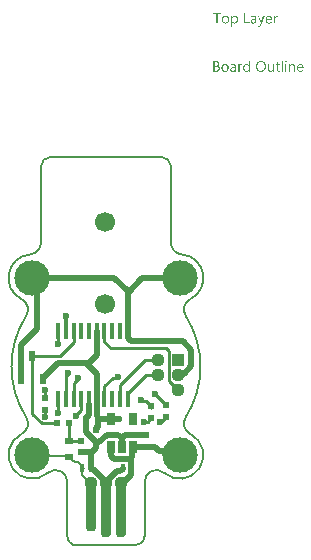
<source format=gtl>
G04*
G04 #@! TF.GenerationSoftware,Altium Limited,Altium Designer,21.8.1 (53)*
G04*
G04 Layer_Physical_Order=1*
G04 Layer_Color=255*
%FSAX25Y25*%
%MOIN*%
G70*
G04*
G04 #@! TF.SameCoordinates,18D3F597-79DD-4A29-BD4C-A2841DF7949F*
G04*
G04*
G04 #@! TF.FilePolarity,Positive*
G04*
G01*
G75*
%ADD10C,0.01968*%
%ADD11C,0.00984*%
%ADD12C,0.00787*%
%ADD16R,0.02362X0.03543*%
%ADD17R,0.02756X0.03937*%
%ADD18R,0.01575X0.05315*%
%ADD19R,0.02165X0.01968*%
%ADD21R,0.03150X0.02362*%
%ADD22R,0.02165X0.01968*%
%ADD23R,0.01968X0.02165*%
%ADD24R,0.01968X0.02165*%
G04:AMPARAMS|DCode=29|XSize=35.43mil|YSize=169.29mil|CornerRadius=13.82mil|HoleSize=0mil|Usage=FLASHONLY|Rotation=180.000|XOffset=0mil|YOffset=0mil|HoleType=Round|Shape=RoundedRectangle|*
%AMROUNDEDRECTD29*
21,1,0.03543,0.14165,0,0,180.0*
21,1,0.00780,0.16929,0,0,180.0*
1,1,0.02764,-0.00390,0.07083*
1,1,0.02764,0.00390,0.07083*
1,1,0.02764,0.00390,-0.07083*
1,1,0.02764,-0.00390,-0.07083*
%
%ADD29ROUNDEDRECTD29*%
G04:AMPARAMS|DCode=30|XSize=35.43mil|YSize=188.98mil|CornerRadius=13.82mil|HoleSize=0mil|Usage=FLASHONLY|Rotation=180.000|XOffset=0mil|YOffset=0mil|HoleType=Round|Shape=RoundedRectangle|*
%AMROUNDEDRECTD30*
21,1,0.03543,0.16134,0,0,180.0*
21,1,0.00780,0.18898,0,0,180.0*
1,1,0.02764,-0.00390,0.08067*
1,1,0.02764,0.00390,0.08067*
1,1,0.02764,0.00390,-0.08067*
1,1,0.02764,-0.00390,-0.08067*
%
%ADD30ROUNDEDRECTD30*%
%ADD38C,0.04370*%
%ADD42R,0.01575X0.02756*%
%ADD43C,0.01181*%
%ADD44C,0.00591*%
%ADD45C,0.06693*%
%ADD46C,0.11811*%
%ADD47R,0.04370X0.04370*%
%ADD48C,0.02362*%
G36*
X0043045Y0152564D02*
X0043089Y0152558D01*
X0043132Y0152551D01*
X0043244Y0152527D01*
X0043367Y0152490D01*
X0043491Y0152428D01*
X0043553Y0152391D01*
X0043615Y0152341D01*
X0043671Y0152292D01*
X0043726Y0152230D01*
X0043733Y0152223D01*
X0043739Y0152217D01*
X0043751Y0152192D01*
X0043770Y0152168D01*
X0043788Y0152137D01*
X0043813Y0152093D01*
X0043838Y0152044D01*
X0043863Y0151994D01*
X0043887Y0151933D01*
X0043912Y0151864D01*
X0043937Y0151790D01*
X0043955Y0151710D01*
X0043986Y0151530D01*
X0043999Y0151431D01*
Y0151326D01*
Y0151320D01*
Y0151301D01*
Y0151264D01*
X0043992Y0151221D01*
Y0151171D01*
X0043980Y0151109D01*
X0043974Y0151041D01*
X0043962Y0150967D01*
X0043924Y0150806D01*
X0043869Y0150639D01*
X0043832Y0150558D01*
X0043794Y0150478D01*
X0043745Y0150397D01*
X0043689Y0150323D01*
X0043683Y0150317D01*
X0043677Y0150304D01*
X0043658Y0150286D01*
X0043633Y0150267D01*
X0043602Y0150236D01*
X0043565Y0150205D01*
X0043522Y0150168D01*
X0043473Y0150137D01*
X0043417Y0150100D01*
X0043355Y0150063D01*
X0043206Y0150007D01*
X0043126Y0149983D01*
X0043045Y0149964D01*
X0042953Y0149952D01*
X0042854Y0149945D01*
X0042804D01*
X0042773Y0149952D01*
X0042730Y0149958D01*
X0042686Y0149970D01*
X0042575Y0149995D01*
X0042457Y0150045D01*
X0042389Y0150082D01*
X0042327Y0150119D01*
X0042265Y0150168D01*
X0042210Y0150224D01*
X0042148Y0150286D01*
X0042098Y0150360D01*
X0042086D01*
Y0148850D01*
X0041684D01*
Y0152514D01*
X0042086D01*
Y0152069D01*
X0042098D01*
X0042105Y0152075D01*
X0042111Y0152093D01*
X0042129Y0152118D01*
X0042154Y0152149D01*
X0042185Y0152186D01*
X0042222Y0152230D01*
X0042265Y0152273D01*
X0042321Y0152322D01*
X0042377Y0152366D01*
X0042439Y0152409D01*
X0042513Y0152452D01*
X0042587Y0152490D01*
X0042674Y0152527D01*
X0042767Y0152551D01*
X0042860Y0152564D01*
X0042965Y0152570D01*
X0043014D01*
X0043045Y0152564D01*
D02*
G37*
G36*
X0057159Y0152551D02*
X0057233Y0152545D01*
X0057276Y0152533D01*
X0057307Y0152521D01*
Y0152106D01*
X0057301Y0152112D01*
X0057289Y0152118D01*
X0057264Y0152130D01*
X0057233Y0152149D01*
X0057190Y0152162D01*
X0057134Y0152174D01*
X0057072Y0152180D01*
X0057004Y0152186D01*
X0056991D01*
X0056961Y0152180D01*
X0056911Y0152174D01*
X0056855Y0152155D01*
X0056781Y0152124D01*
X0056713Y0152081D01*
X0056639Y0152019D01*
X0056571Y0151939D01*
X0056564Y0151926D01*
X0056546Y0151895D01*
X0056515Y0151840D01*
X0056484Y0151765D01*
X0056453Y0151672D01*
X0056422Y0151555D01*
X0056403Y0151425D01*
X0056397Y0151276D01*
Y0150001D01*
X0055995D01*
Y0152514D01*
X0056397D01*
Y0151994D01*
X0056410D01*
Y0152000D01*
X0056416Y0152007D01*
X0056428Y0152038D01*
X0056447Y0152087D01*
X0056478Y0152149D01*
X0056509Y0152211D01*
X0056558Y0152279D01*
X0056608Y0152347D01*
X0056670Y0152409D01*
X0056676Y0152415D01*
X0056701Y0152434D01*
X0056738Y0152459D01*
X0056787Y0152483D01*
X0056843Y0152508D01*
X0056911Y0152533D01*
X0056985Y0152551D01*
X0057066Y0152558D01*
X0057121D01*
X0057159Y0152551D01*
D02*
G37*
G36*
X0051780Y0149599D02*
X0051773Y0149593D01*
X0051767Y0149568D01*
X0051749Y0149524D01*
X0051724Y0149475D01*
X0051693Y0149419D01*
X0051649Y0149351D01*
X0051606Y0149283D01*
X0051557Y0149209D01*
X0051495Y0149135D01*
X0051433Y0149066D01*
X0051359Y0148998D01*
X0051278Y0148943D01*
X0051198Y0148893D01*
X0051105Y0148850D01*
X0051012Y0148825D01*
X0050907Y0148819D01*
X0050851D01*
X0050814Y0148825D01*
X0050733Y0148837D01*
X0050647Y0148856D01*
Y0149215D01*
X0050653D01*
X0050671Y0149209D01*
X0050696Y0149203D01*
X0050727Y0149197D01*
X0050801Y0149178D01*
X0050882Y0149172D01*
X0050894D01*
X0050932Y0149178D01*
X0050987Y0149190D01*
X0051055Y0149215D01*
X0051130Y0149258D01*
X0051167Y0149289D01*
X0051204Y0149327D01*
X0051241Y0149364D01*
X0051278Y0149413D01*
X0051309Y0149469D01*
X0051340Y0149531D01*
X0051544Y0150001D01*
X0050560Y0152514D01*
X0051006D01*
X0051687Y0150577D01*
Y0150571D01*
X0051693Y0150558D01*
X0051699Y0150540D01*
X0051705Y0150515D01*
X0051711Y0150478D01*
X0051724Y0150441D01*
X0051736Y0150385D01*
X0051755D01*
Y0150397D01*
X0051767Y0150435D01*
X0051780Y0150490D01*
X0051804Y0150571D01*
X0052516Y0152514D01*
X0052931D01*
X0051780Y0149599D01*
D02*
G37*
G36*
X0049372Y0152564D02*
X0049427Y0152558D01*
X0049495Y0152539D01*
X0049570Y0152521D01*
X0049650Y0152490D01*
X0049737Y0152452D01*
X0049817Y0152403D01*
X0049898Y0152341D01*
X0049972Y0152267D01*
X0050040Y0152174D01*
X0050096Y0152069D01*
X0050139Y0151945D01*
X0050164Y0151803D01*
X0050176Y0151635D01*
Y0150001D01*
X0049774D01*
Y0150391D01*
X0049762D01*
Y0150385D01*
X0049749Y0150373D01*
X0049737Y0150348D01*
X0049712Y0150323D01*
X0049650Y0150249D01*
X0049570Y0150168D01*
X0049458Y0150088D01*
X0049328Y0150014D01*
X0049248Y0149989D01*
X0049167Y0149964D01*
X0049081Y0149952D01*
X0048988Y0149945D01*
X0048951D01*
X0048926Y0149952D01*
X0048858Y0149958D01*
X0048777Y0149970D01*
X0048678Y0149995D01*
X0048586Y0150026D01*
X0048487Y0150075D01*
X0048400Y0150137D01*
X0048394Y0150150D01*
X0048369Y0150174D01*
X0048332Y0150218D01*
X0048295Y0150280D01*
X0048257Y0150354D01*
X0048220Y0150441D01*
X0048195Y0150546D01*
X0048189Y0150663D01*
Y0150670D01*
Y0150695D01*
X0048195Y0150732D01*
X0048202Y0150775D01*
X0048214Y0150831D01*
X0048233Y0150892D01*
X0048257Y0150961D01*
X0048295Y0151029D01*
X0048338Y0151103D01*
X0048394Y0151177D01*
X0048462Y0151245D01*
X0048542Y0151307D01*
X0048635Y0151369D01*
X0048746Y0151419D01*
X0048870Y0151456D01*
X0049019Y0151487D01*
X0049774Y0151592D01*
Y0151598D01*
Y0151617D01*
X0049768Y0151654D01*
Y0151691D01*
X0049755Y0151741D01*
X0049749Y0151796D01*
X0049712Y0151914D01*
X0049681Y0151970D01*
X0049650Y0152025D01*
X0049607Y0152081D01*
X0049557Y0152130D01*
X0049495Y0152174D01*
X0049427Y0152205D01*
X0049347Y0152223D01*
X0049254Y0152230D01*
X0049211D01*
X0049180Y0152223D01*
X0049136D01*
X0049093Y0152211D01*
X0048982Y0152192D01*
X0048858Y0152155D01*
X0048722Y0152100D01*
X0048647Y0152062D01*
X0048579Y0152025D01*
X0048505Y0151976D01*
X0048437Y0151920D01*
Y0152335D01*
X0048443D01*
X0048456Y0152347D01*
X0048474Y0152360D01*
X0048505Y0152372D01*
X0048536Y0152391D01*
X0048579Y0152409D01*
X0048629Y0152428D01*
X0048684Y0152452D01*
X0048808Y0152496D01*
X0048957Y0152533D01*
X0049118Y0152558D01*
X0049291Y0152570D01*
X0049328D01*
X0049372Y0152564D01*
D02*
G37*
G36*
X0046481Y0150373D02*
X0047892D01*
Y0150001D01*
X0046066D01*
Y0153517D01*
X0046481D01*
Y0150373D01*
D02*
G37*
G36*
X0038242Y0153146D02*
X0037227D01*
Y0150001D01*
X0036818D01*
Y0153146D01*
X0035803D01*
Y0153517D01*
X0038242D01*
Y0153146D01*
D02*
G37*
G36*
X0054435Y0152564D02*
X0054478Y0152558D01*
X0054522Y0152551D01*
X0054633Y0152533D01*
X0054757Y0152490D01*
X0054881Y0152434D01*
X0054943Y0152397D01*
X0055005Y0152353D01*
X0055060Y0152304D01*
X0055116Y0152248D01*
X0055122Y0152242D01*
X0055128Y0152236D01*
X0055141Y0152217D01*
X0055159Y0152192D01*
X0055178Y0152155D01*
X0055203Y0152118D01*
X0055227Y0152075D01*
X0055252Y0152019D01*
X0055277Y0151957D01*
X0055302Y0151895D01*
X0055326Y0151821D01*
X0055345Y0151741D01*
X0055364Y0151654D01*
X0055376Y0151567D01*
X0055388Y0151468D01*
Y0151363D01*
Y0151153D01*
X0053612D01*
Y0151146D01*
Y0151134D01*
Y0151115D01*
X0053618Y0151084D01*
X0053624Y0151047D01*
Y0151010D01*
X0053643Y0150911D01*
X0053674Y0150812D01*
X0053711Y0150701D01*
X0053767Y0150595D01*
X0053835Y0150503D01*
X0053847Y0150490D01*
X0053872Y0150465D01*
X0053921Y0150435D01*
X0053989Y0150391D01*
X0054076Y0150348D01*
X0054175Y0150317D01*
X0054293Y0150292D01*
X0054429Y0150280D01*
X0054472D01*
X0054503Y0150286D01*
X0054540D01*
X0054584Y0150292D01*
X0054689Y0150317D01*
X0054806Y0150348D01*
X0054936Y0150397D01*
X0055073Y0150465D01*
X0055141Y0150509D01*
X0055209Y0150558D01*
Y0150181D01*
X0055203D01*
X0055196Y0150168D01*
X0055178Y0150162D01*
X0055147Y0150144D01*
X0055116Y0150125D01*
X0055079Y0150106D01*
X0055029Y0150088D01*
X0054980Y0150063D01*
X0054918Y0150038D01*
X0054850Y0150020D01*
X0054701Y0149983D01*
X0054528Y0149958D01*
X0054336Y0149945D01*
X0054286D01*
X0054249Y0149952D01*
X0054206Y0149958D01*
X0054150Y0149964D01*
X0054033Y0149989D01*
X0053896Y0150026D01*
X0053760Y0150088D01*
X0053692Y0150131D01*
X0053624Y0150174D01*
X0053562Y0150224D01*
X0053500Y0150286D01*
X0053494Y0150292D01*
X0053488Y0150304D01*
X0053476Y0150323D01*
X0053451Y0150348D01*
X0053432Y0150385D01*
X0053408Y0150428D01*
X0053377Y0150478D01*
X0053352Y0150533D01*
X0053321Y0150595D01*
X0053296Y0150670D01*
X0053265Y0150750D01*
X0053247Y0150837D01*
X0053228Y0150930D01*
X0053209Y0151029D01*
X0053203Y0151134D01*
X0053197Y0151245D01*
Y0151252D01*
Y0151270D01*
Y0151301D01*
X0053203Y0151344D01*
X0053209Y0151394D01*
X0053216Y0151450D01*
X0053222Y0151518D01*
X0053240Y0151586D01*
X0053277Y0151734D01*
X0053333Y0151895D01*
X0053370Y0151976D01*
X0053420Y0152050D01*
X0053469Y0152130D01*
X0053525Y0152199D01*
X0053531Y0152205D01*
X0053544Y0152217D01*
X0053562Y0152236D01*
X0053587Y0152254D01*
X0053618Y0152285D01*
X0053655Y0152316D01*
X0053705Y0152347D01*
X0053754Y0152384D01*
X0053872Y0152452D01*
X0054014Y0152514D01*
X0054095Y0152533D01*
X0054175Y0152551D01*
X0054262Y0152564D01*
X0054355Y0152570D01*
X0054404D01*
X0054435Y0152564D01*
D02*
G37*
G36*
X0039944D02*
X0039988Y0152558D01*
X0040043Y0152551D01*
X0040167Y0152527D01*
X0040310Y0152483D01*
X0040452Y0152421D01*
X0040526Y0152384D01*
X0040594Y0152341D01*
X0040662Y0152285D01*
X0040724Y0152223D01*
X0040730Y0152217D01*
X0040737Y0152205D01*
X0040755Y0152186D01*
X0040774Y0152162D01*
X0040799Y0152124D01*
X0040823Y0152081D01*
X0040854Y0152032D01*
X0040885Y0151976D01*
X0040910Y0151908D01*
X0040941Y0151840D01*
X0040966Y0151759D01*
X0040990Y0151672D01*
X0041009Y0151580D01*
X0041028Y0151481D01*
X0041034Y0151375D01*
X0041040Y0151264D01*
Y0151258D01*
Y0151239D01*
Y0151208D01*
X0041034Y0151165D01*
X0041028Y0151115D01*
X0041021Y0151054D01*
X0041009Y0150992D01*
X0040997Y0150917D01*
X0040959Y0150769D01*
X0040898Y0150608D01*
X0040860Y0150527D01*
X0040811Y0150447D01*
X0040761Y0150373D01*
X0040699Y0150304D01*
X0040693Y0150298D01*
X0040681Y0150292D01*
X0040662Y0150274D01*
X0040637Y0150249D01*
X0040600Y0150224D01*
X0040563Y0150193D01*
X0040514Y0150156D01*
X0040458Y0150125D01*
X0040396Y0150094D01*
X0040328Y0150057D01*
X0040254Y0150026D01*
X0040173Y0150001D01*
X0040087Y0149976D01*
X0039994Y0149964D01*
X0039895Y0149952D01*
X0039790Y0149945D01*
X0039734D01*
X0039697Y0149952D01*
X0039653Y0149958D01*
X0039598Y0149964D01*
X0039536Y0149976D01*
X0039468Y0149989D01*
X0039325Y0150032D01*
X0039177Y0150094D01*
X0039102Y0150131D01*
X0039034Y0150181D01*
X0038966Y0150230D01*
X0038898Y0150292D01*
X0038892Y0150298D01*
X0038886Y0150311D01*
X0038867Y0150329D01*
X0038849Y0150354D01*
X0038824Y0150391D01*
X0038793Y0150435D01*
X0038762Y0150484D01*
X0038737Y0150540D01*
X0038706Y0150608D01*
X0038675Y0150676D01*
X0038644Y0150750D01*
X0038620Y0150837D01*
X0038583Y0151023D01*
X0038576Y0151122D01*
X0038570Y0151227D01*
Y0151233D01*
Y0151258D01*
Y0151289D01*
X0038576Y0151332D01*
X0038583Y0151382D01*
X0038589Y0151444D01*
X0038601Y0151512D01*
X0038613Y0151586D01*
X0038651Y0151747D01*
X0038712Y0151908D01*
X0038756Y0151988D01*
X0038799Y0152069D01*
X0038849Y0152143D01*
X0038910Y0152211D01*
X0038917Y0152217D01*
X0038929Y0152230D01*
X0038948Y0152242D01*
X0038972Y0152267D01*
X0039010Y0152292D01*
X0039053Y0152322D01*
X0039102Y0152360D01*
X0039158Y0152391D01*
X0039220Y0152421D01*
X0039294Y0152459D01*
X0039369Y0152490D01*
X0039455Y0152514D01*
X0039542Y0152539D01*
X0039641Y0152558D01*
X0039746Y0152564D01*
X0039851Y0152570D01*
X0039907D01*
X0039944Y0152564D01*
D02*
G37*
G36*
X0060012Y0137578D02*
X0060037D01*
X0060093Y0137554D01*
X0060124Y0137535D01*
X0060155Y0137510D01*
X0060161Y0137504D01*
X0060167Y0137498D01*
X0060198Y0137461D01*
X0060223Y0137399D01*
X0060229Y0137362D01*
X0060235Y0137325D01*
Y0137319D01*
Y0137306D01*
X0060229Y0137287D01*
X0060223Y0137263D01*
X0060204Y0137201D01*
X0060179Y0137170D01*
X0060155Y0137139D01*
X0060148D01*
X0060142Y0137127D01*
X0060105Y0137102D01*
X0060049Y0137077D01*
X0060012Y0137071D01*
X0059975Y0137065D01*
X0059957D01*
X0059938Y0137071D01*
X0059913D01*
X0059851Y0137096D01*
X0059820Y0137108D01*
X0059789Y0137133D01*
Y0137139D01*
X0059777Y0137145D01*
X0059765Y0137164D01*
X0059752Y0137182D01*
X0059728Y0137244D01*
X0059721Y0137281D01*
X0059715Y0137325D01*
Y0137331D01*
Y0137343D01*
X0059721Y0137362D01*
X0059728Y0137393D01*
X0059746Y0137449D01*
X0059765Y0137479D01*
X0059789Y0137510D01*
X0059796Y0137517D01*
X0059802Y0137523D01*
X0059839Y0137548D01*
X0059901Y0137572D01*
X0059938Y0137585D01*
X0059994D01*
X0060012Y0137578D01*
D02*
G37*
G36*
X0048022Y0133914D02*
X0047620D01*
Y0134335D01*
X0047607D01*
Y0134329D01*
X0047595Y0134316D01*
X0047576Y0134292D01*
X0047558Y0134261D01*
X0047527Y0134223D01*
X0047490Y0134186D01*
X0047447Y0134143D01*
X0047397Y0134100D01*
X0047341Y0134050D01*
X0047273Y0134007D01*
X0047205Y0133970D01*
X0047125Y0133932D01*
X0047044Y0133902D01*
X0046951Y0133877D01*
X0046852Y0133864D01*
X0046747Y0133858D01*
X0046704D01*
X0046667Y0133864D01*
X0046630Y0133871D01*
X0046580Y0133877D01*
X0046475Y0133902D01*
X0046351Y0133939D01*
X0046227Y0134001D01*
X0046159Y0134038D01*
X0046103Y0134081D01*
X0046041Y0134137D01*
X0045986Y0134193D01*
Y0134199D01*
X0045973Y0134211D01*
X0045961Y0134230D01*
X0045942Y0134254D01*
X0045924Y0134285D01*
X0045899Y0134329D01*
X0045874Y0134378D01*
X0045849Y0134434D01*
X0045819Y0134496D01*
X0045794Y0134564D01*
X0045769Y0134638D01*
X0045750Y0134719D01*
X0045732Y0134805D01*
X0045720Y0134904D01*
X0045713Y0135003D01*
X0045707Y0135109D01*
Y0135115D01*
Y0135133D01*
Y0135170D01*
X0045713Y0135214D01*
X0045720Y0135263D01*
X0045726Y0135325D01*
X0045732Y0135393D01*
X0045744Y0135468D01*
X0045781Y0135629D01*
X0045837Y0135796D01*
X0045874Y0135876D01*
X0045918Y0135957D01*
X0045961Y0136031D01*
X0046017Y0136105D01*
X0046023Y0136111D01*
X0046029Y0136124D01*
X0046048Y0136142D01*
X0046072Y0136167D01*
X0046103Y0136192D01*
X0046147Y0136223D01*
X0046190Y0136260D01*
X0046240Y0136297D01*
X0046363Y0136365D01*
X0046506Y0136427D01*
X0046586Y0136446D01*
X0046673Y0136464D01*
X0046759Y0136477D01*
X0046859Y0136483D01*
X0046908D01*
X0046945Y0136477D01*
X0046982Y0136470D01*
X0047032Y0136464D01*
X0047143Y0136433D01*
X0047267Y0136384D01*
X0047329Y0136353D01*
X0047391Y0136310D01*
X0047453Y0136266D01*
X0047508Y0136211D01*
X0047558Y0136149D01*
X0047607Y0136074D01*
X0047620D01*
Y0137634D01*
X0048022D01*
Y0133914D01*
D02*
G37*
G36*
X0062290Y0136477D02*
X0062364Y0136470D01*
X0062457Y0136452D01*
X0062556Y0136421D01*
X0062661Y0136371D01*
X0062767Y0136303D01*
X0062810Y0136266D01*
X0062853Y0136217D01*
X0062866Y0136204D01*
X0062891Y0136167D01*
X0062922Y0136105D01*
X0062965Y0136019D01*
X0063002Y0135913D01*
X0063039Y0135783D01*
X0063064Y0135629D01*
X0063070Y0135449D01*
Y0133914D01*
X0062668D01*
Y0135344D01*
Y0135350D01*
Y0135381D01*
X0062661Y0135418D01*
Y0135468D01*
X0062649Y0135530D01*
X0062637Y0135598D01*
X0062618Y0135672D01*
X0062594Y0135746D01*
X0062563Y0135820D01*
X0062525Y0135889D01*
X0062476Y0135957D01*
X0062420Y0136019D01*
X0062358Y0136068D01*
X0062278Y0136105D01*
X0062191Y0136136D01*
X0062086Y0136142D01*
X0062073D01*
X0062036Y0136136D01*
X0061981Y0136130D01*
X0061913Y0136111D01*
X0061832Y0136087D01*
X0061745Y0136043D01*
X0061665Y0135988D01*
X0061585Y0135913D01*
X0061578Y0135901D01*
X0061554Y0135876D01*
X0061523Y0135827D01*
X0061485Y0135759D01*
X0061448Y0135678D01*
X0061417Y0135579D01*
X0061393Y0135468D01*
X0061386Y0135344D01*
Y0133914D01*
X0060984D01*
Y0136427D01*
X0061386D01*
Y0136006D01*
X0061399D01*
X0061405Y0136012D01*
X0061411Y0136025D01*
X0061430Y0136049D01*
X0061454Y0136081D01*
X0061479Y0136118D01*
X0061516Y0136155D01*
X0061560Y0136198D01*
X0061609Y0136248D01*
X0061665Y0136291D01*
X0061727Y0136334D01*
X0061795Y0136371D01*
X0061869Y0136408D01*
X0061944Y0136440D01*
X0062030Y0136464D01*
X0062123Y0136477D01*
X0062222Y0136483D01*
X0062259D01*
X0062290Y0136477D01*
D02*
G37*
G36*
X0045292Y0136464D02*
X0045367Y0136458D01*
X0045410Y0136446D01*
X0045441Y0136433D01*
Y0136019D01*
X0045435Y0136025D01*
X0045422Y0136031D01*
X0045398Y0136043D01*
X0045367Y0136062D01*
X0045323Y0136074D01*
X0045268Y0136087D01*
X0045206Y0136093D01*
X0045138Y0136099D01*
X0045125D01*
X0045094Y0136093D01*
X0045045Y0136087D01*
X0044989Y0136068D01*
X0044915Y0136037D01*
X0044847Y0135994D01*
X0044772Y0135932D01*
X0044704Y0135851D01*
X0044698Y0135839D01*
X0044680Y0135808D01*
X0044649Y0135752D01*
X0044618Y0135678D01*
X0044587Y0135585D01*
X0044556Y0135468D01*
X0044537Y0135338D01*
X0044531Y0135189D01*
Y0133914D01*
X0044129D01*
Y0136427D01*
X0044531D01*
Y0135907D01*
X0044543D01*
Y0135913D01*
X0044550Y0135919D01*
X0044562Y0135951D01*
X0044581Y0136000D01*
X0044611Y0136062D01*
X0044642Y0136124D01*
X0044692Y0136192D01*
X0044741Y0136260D01*
X0044803Y0136322D01*
X0044810Y0136328D01*
X0044834Y0136347D01*
X0044872Y0136371D01*
X0044921Y0136396D01*
X0044977Y0136421D01*
X0045045Y0136446D01*
X0045119Y0136464D01*
X0045200Y0136470D01*
X0045255D01*
X0045292Y0136464D01*
D02*
G37*
G36*
X0056032Y0133914D02*
X0055630D01*
Y0134310D01*
X0055617D01*
Y0134304D01*
X0055605Y0134292D01*
X0055593Y0134267D01*
X0055568Y0134242D01*
X0055512Y0134168D01*
X0055425Y0134087D01*
X0055376Y0134044D01*
X0055320Y0134001D01*
X0055258Y0133964D01*
X0055184Y0133926D01*
X0055110Y0133902D01*
X0055029Y0133877D01*
X0054936Y0133864D01*
X0054844Y0133858D01*
X0054806D01*
X0054763Y0133864D01*
X0054701Y0133877D01*
X0054633Y0133889D01*
X0054559Y0133914D01*
X0054478Y0133945D01*
X0054398Y0133994D01*
X0054311Y0134050D01*
X0054231Y0134118D01*
X0054157Y0134205D01*
X0054088Y0134310D01*
X0054027Y0134428D01*
X0053983Y0134570D01*
X0053958Y0134737D01*
X0053946Y0134824D01*
Y0134923D01*
Y0136427D01*
X0054342D01*
Y0134985D01*
Y0134979D01*
Y0134954D01*
X0054348Y0134911D01*
X0054355Y0134861D01*
X0054361Y0134799D01*
X0054373Y0134737D01*
X0054392Y0134663D01*
X0054417Y0134589D01*
X0054454Y0134514D01*
X0054491Y0134446D01*
X0054540Y0134378D01*
X0054602Y0134316D01*
X0054670Y0134267D01*
X0054751Y0134230D01*
X0054850Y0134199D01*
X0054955Y0134193D01*
X0054967D01*
X0055005Y0134199D01*
X0055060Y0134205D01*
X0055122Y0134217D01*
X0055203Y0134248D01*
X0055283Y0134285D01*
X0055364Y0134335D01*
X0055438Y0134409D01*
X0055444Y0134422D01*
X0055469Y0134446D01*
X0055500Y0134496D01*
X0055537Y0134564D01*
X0055568Y0134644D01*
X0055599Y0134743D01*
X0055624Y0134855D01*
X0055630Y0134979D01*
Y0136427D01*
X0056032D01*
Y0133914D01*
D02*
G37*
G36*
X0060167D02*
X0059765D01*
Y0136427D01*
X0060167D01*
Y0133914D01*
D02*
G37*
G36*
X0058948D02*
X0058545D01*
Y0137634D01*
X0058948D01*
Y0133914D01*
D02*
G37*
G36*
X0042569Y0136477D02*
X0042625Y0136470D01*
X0042693Y0136452D01*
X0042767Y0136433D01*
X0042847Y0136402D01*
X0042934Y0136365D01*
X0043014Y0136316D01*
X0043095Y0136254D01*
X0043169Y0136179D01*
X0043237Y0136087D01*
X0043293Y0135981D01*
X0043336Y0135858D01*
X0043361Y0135715D01*
X0043374Y0135548D01*
Y0133914D01*
X0042971D01*
Y0134304D01*
X0042959D01*
Y0134298D01*
X0042946Y0134285D01*
X0042934Y0134261D01*
X0042909Y0134236D01*
X0042847Y0134162D01*
X0042767Y0134081D01*
X0042656Y0134001D01*
X0042526Y0133926D01*
X0042445Y0133902D01*
X0042364Y0133877D01*
X0042278Y0133864D01*
X0042185Y0133858D01*
X0042148D01*
X0042123Y0133864D01*
X0042055Y0133871D01*
X0041975Y0133883D01*
X0041875Y0133908D01*
X0041783Y0133939D01*
X0041684Y0133988D01*
X0041597Y0134050D01*
X0041591Y0134063D01*
X0041566Y0134087D01*
X0041529Y0134131D01*
X0041492Y0134193D01*
X0041455Y0134267D01*
X0041418Y0134353D01*
X0041393Y0134459D01*
X0041387Y0134576D01*
Y0134582D01*
Y0134607D01*
X0041393Y0134644D01*
X0041399Y0134688D01*
X0041411Y0134743D01*
X0041430Y0134805D01*
X0041455Y0134873D01*
X0041492Y0134941D01*
X0041535Y0135016D01*
X0041591Y0135090D01*
X0041659Y0135158D01*
X0041739Y0135220D01*
X0041832Y0135282D01*
X0041944Y0135331D01*
X0042067Y0135369D01*
X0042216Y0135400D01*
X0042971Y0135505D01*
Y0135511D01*
Y0135530D01*
X0042965Y0135567D01*
Y0135604D01*
X0042953Y0135653D01*
X0042946Y0135709D01*
X0042909Y0135827D01*
X0042878Y0135882D01*
X0042847Y0135938D01*
X0042804Y0135994D01*
X0042755Y0136043D01*
X0042693Y0136087D01*
X0042625Y0136118D01*
X0042544Y0136136D01*
X0042451Y0136142D01*
X0042408D01*
X0042377Y0136136D01*
X0042334D01*
X0042290Y0136124D01*
X0042179Y0136105D01*
X0042055Y0136068D01*
X0041919Y0136012D01*
X0041845Y0135975D01*
X0041776Y0135938D01*
X0041702Y0135889D01*
X0041634Y0135833D01*
Y0136248D01*
X0041640D01*
X0041653Y0136260D01*
X0041671Y0136272D01*
X0041702Y0136285D01*
X0041733Y0136303D01*
X0041776Y0136322D01*
X0041826Y0136340D01*
X0041882Y0136365D01*
X0042006Y0136408D01*
X0042154Y0136446D01*
X0042315Y0136470D01*
X0042488Y0136483D01*
X0042526D01*
X0042569Y0136477D01*
D02*
G37*
G36*
X0036880Y0137424D02*
X0036924D01*
X0036967Y0137417D01*
X0037066Y0137405D01*
X0037183Y0137374D01*
X0037307Y0137337D01*
X0037425Y0137281D01*
X0037530Y0137207D01*
X0037536D01*
X0037543Y0137195D01*
X0037574Y0137170D01*
X0037617Y0137120D01*
X0037666Y0137052D01*
X0037710Y0136966D01*
X0037753Y0136867D01*
X0037784Y0136755D01*
X0037796Y0136693D01*
Y0136625D01*
Y0136619D01*
Y0136613D01*
Y0136576D01*
X0037790Y0136520D01*
X0037778Y0136452D01*
X0037759Y0136365D01*
X0037728Y0136278D01*
X0037691Y0136192D01*
X0037635Y0136105D01*
X0037629Y0136093D01*
X0037604Y0136068D01*
X0037567Y0136031D01*
X0037518Y0135981D01*
X0037456Y0135932D01*
X0037382Y0135876D01*
X0037289Y0135833D01*
X0037190Y0135790D01*
Y0135783D01*
X0037208D01*
X0037227Y0135777D01*
X0037245Y0135771D01*
X0037314Y0135759D01*
X0037394Y0135734D01*
X0037481Y0135697D01*
X0037574Y0135653D01*
X0037666Y0135591D01*
X0037753Y0135511D01*
X0037765Y0135499D01*
X0037790Y0135468D01*
X0037821Y0135424D01*
X0037864Y0135356D01*
X0037901Y0135270D01*
X0037939Y0135170D01*
X0037964Y0135053D01*
X0037970Y0134923D01*
Y0134917D01*
Y0134904D01*
Y0134880D01*
X0037964Y0134849D01*
X0037957Y0134811D01*
X0037951Y0134768D01*
X0037926Y0134663D01*
X0037889Y0134545D01*
X0037833Y0134422D01*
X0037796Y0134366D01*
X0037753Y0134304D01*
X0037697Y0134248D01*
X0037642Y0134193D01*
X0037635D01*
X0037629Y0134180D01*
X0037611Y0134168D01*
X0037586Y0134149D01*
X0037555Y0134131D01*
X0037512Y0134106D01*
X0037419Y0134056D01*
X0037301Y0134001D01*
X0037165Y0133957D01*
X0037004Y0133926D01*
X0036924Y0133920D01*
X0036831Y0133914D01*
X0035803D01*
Y0137430D01*
X0036849D01*
X0036880Y0137424D01*
D02*
G37*
G36*
X0057375Y0136427D02*
X0058013D01*
Y0136081D01*
X0057375D01*
Y0134663D01*
Y0134651D01*
Y0134620D01*
X0057381Y0134576D01*
X0057388Y0134521D01*
X0057412Y0134403D01*
X0057431Y0134347D01*
X0057462Y0134304D01*
X0057468Y0134298D01*
X0057481Y0134285D01*
X0057499Y0134273D01*
X0057530Y0134254D01*
X0057567Y0134230D01*
X0057617Y0134217D01*
X0057679Y0134205D01*
X0057747Y0134199D01*
X0057771D01*
X0057802Y0134205D01*
X0057840Y0134211D01*
X0057926Y0134236D01*
X0057969Y0134254D01*
X0058013Y0134279D01*
Y0133932D01*
X0058007D01*
X0057988Y0133920D01*
X0057957Y0133914D01*
X0057914Y0133902D01*
X0057858Y0133889D01*
X0057796Y0133877D01*
X0057722Y0133871D01*
X0057635Y0133864D01*
X0057604D01*
X0057573Y0133871D01*
X0057530Y0133877D01*
X0057481Y0133889D01*
X0057425Y0133902D01*
X0057369Y0133926D01*
X0057307Y0133957D01*
X0057245Y0133994D01*
X0057183Y0134044D01*
X0057128Y0134100D01*
X0057078Y0134174D01*
X0057035Y0134254D01*
X0057004Y0134353D01*
X0056979Y0134465D01*
X0056973Y0134595D01*
Y0136081D01*
X0056546D01*
Y0136427D01*
X0056973D01*
Y0137040D01*
X0057375Y0137170D01*
Y0136427D01*
D02*
G37*
G36*
X0064902Y0136477D02*
X0064946Y0136470D01*
X0064989Y0136464D01*
X0065100Y0136446D01*
X0065224Y0136402D01*
X0065348Y0136347D01*
X0065410Y0136310D01*
X0065472Y0136266D01*
X0065527Y0136217D01*
X0065583Y0136161D01*
X0065589Y0136155D01*
X0065596Y0136149D01*
X0065608Y0136130D01*
X0065627Y0136105D01*
X0065645Y0136068D01*
X0065670Y0136031D01*
X0065695Y0135988D01*
X0065719Y0135932D01*
X0065744Y0135870D01*
X0065769Y0135808D01*
X0065794Y0135734D01*
X0065812Y0135653D01*
X0065831Y0135567D01*
X0065843Y0135480D01*
X0065856Y0135381D01*
Y0135276D01*
Y0135065D01*
X0064079D01*
Y0135059D01*
Y0135047D01*
Y0135028D01*
X0064085Y0134997D01*
X0064091Y0134960D01*
Y0134923D01*
X0064110Y0134824D01*
X0064141Y0134725D01*
X0064178Y0134613D01*
X0064234Y0134508D01*
X0064302Y0134415D01*
X0064314Y0134403D01*
X0064339Y0134378D01*
X0064389Y0134347D01*
X0064457Y0134304D01*
X0064543Y0134261D01*
X0064642Y0134230D01*
X0064760Y0134205D01*
X0064896Y0134193D01*
X0064939D01*
X0064970Y0134199D01*
X0065008D01*
X0065051Y0134205D01*
X0065156Y0134230D01*
X0065274Y0134261D01*
X0065404Y0134310D01*
X0065540Y0134378D01*
X0065608Y0134422D01*
X0065676Y0134471D01*
Y0134093D01*
X0065670D01*
X0065664Y0134081D01*
X0065645Y0134075D01*
X0065614Y0134056D01*
X0065583Y0134038D01*
X0065546Y0134019D01*
X0065497Y0134001D01*
X0065447Y0133976D01*
X0065385Y0133951D01*
X0065317Y0133932D01*
X0065168Y0133895D01*
X0064995Y0133871D01*
X0064803Y0133858D01*
X0064754D01*
X0064717Y0133864D01*
X0064673Y0133871D01*
X0064618Y0133877D01*
X0064500Y0133902D01*
X0064364Y0133939D01*
X0064228Y0134001D01*
X0064160Y0134044D01*
X0064091Y0134087D01*
X0064030Y0134137D01*
X0063968Y0134199D01*
X0063961Y0134205D01*
X0063955Y0134217D01*
X0063943Y0134236D01*
X0063918Y0134261D01*
X0063899Y0134298D01*
X0063875Y0134341D01*
X0063844Y0134391D01*
X0063819Y0134446D01*
X0063788Y0134508D01*
X0063763Y0134582D01*
X0063732Y0134663D01*
X0063714Y0134750D01*
X0063695Y0134843D01*
X0063677Y0134941D01*
X0063670Y0135047D01*
X0063664Y0135158D01*
Y0135164D01*
Y0135183D01*
Y0135214D01*
X0063670Y0135257D01*
X0063677Y0135307D01*
X0063683Y0135362D01*
X0063689Y0135431D01*
X0063708Y0135499D01*
X0063745Y0135647D01*
X0063801Y0135808D01*
X0063838Y0135889D01*
X0063887Y0135963D01*
X0063937Y0136043D01*
X0063992Y0136111D01*
X0063999Y0136118D01*
X0064011Y0136130D01*
X0064030Y0136149D01*
X0064054Y0136167D01*
X0064085Y0136198D01*
X0064122Y0136229D01*
X0064172Y0136260D01*
X0064221Y0136297D01*
X0064339Y0136365D01*
X0064481Y0136427D01*
X0064562Y0136446D01*
X0064642Y0136464D01*
X0064729Y0136477D01*
X0064822Y0136483D01*
X0064871D01*
X0064902Y0136477D01*
D02*
G37*
G36*
X0051860Y0137486D02*
X0051922Y0137479D01*
X0051996Y0137467D01*
X0052077Y0137449D01*
X0052163Y0137430D01*
X0052250Y0137405D01*
X0052349Y0137374D01*
X0052442Y0137331D01*
X0052541Y0137281D01*
X0052640Y0137226D01*
X0052733Y0137157D01*
X0052826Y0137083D01*
X0052912Y0136997D01*
X0052918Y0136990D01*
X0052931Y0136972D01*
X0052956Y0136947D01*
X0052980Y0136910D01*
X0053017Y0136860D01*
X0053055Y0136799D01*
X0053092Y0136730D01*
X0053135Y0136656D01*
X0053179Y0136563D01*
X0053216Y0136470D01*
X0053253Y0136365D01*
X0053290Y0136248D01*
X0053315Y0136130D01*
X0053339Y0136000D01*
X0053352Y0135858D01*
X0053358Y0135715D01*
Y0135703D01*
Y0135678D01*
Y0135635D01*
X0053352Y0135573D01*
X0053346Y0135499D01*
X0053333Y0135418D01*
X0053321Y0135325D01*
X0053302Y0135220D01*
X0053277Y0135115D01*
X0053247Y0135003D01*
X0053209Y0134892D01*
X0053166Y0134781D01*
X0053110Y0134663D01*
X0053048Y0134558D01*
X0052980Y0134452D01*
X0052900Y0134353D01*
X0052894Y0134347D01*
X0052881Y0134335D01*
X0052850Y0134310D01*
X0052819Y0134279D01*
X0052770Y0134236D01*
X0052714Y0134199D01*
X0052652Y0134149D01*
X0052578Y0134106D01*
X0052498Y0134063D01*
X0052405Y0134013D01*
X0052306Y0133976D01*
X0052194Y0133939D01*
X0052077Y0133902D01*
X0051953Y0133877D01*
X0051823Y0133864D01*
X0051680Y0133858D01*
X0051649D01*
X0051606Y0133864D01*
X0051557D01*
X0051495Y0133871D01*
X0051420Y0133883D01*
X0051340Y0133902D01*
X0051247Y0133920D01*
X0051154Y0133945D01*
X0051055Y0133976D01*
X0050956Y0134019D01*
X0050857Y0134063D01*
X0050758Y0134118D01*
X0050659Y0134186D01*
X0050566Y0134261D01*
X0050480Y0134347D01*
X0050473Y0134353D01*
X0050461Y0134372D01*
X0050436Y0134397D01*
X0050411Y0134434D01*
X0050374Y0134483D01*
X0050337Y0134545D01*
X0050300Y0134613D01*
X0050257Y0134694D01*
X0050213Y0134781D01*
X0050176Y0134873D01*
X0050139Y0134979D01*
X0050102Y0135096D01*
X0050077Y0135214D01*
X0050052Y0135344D01*
X0050040Y0135486D01*
X0050034Y0135629D01*
Y0135641D01*
Y0135666D01*
X0050040Y0135709D01*
Y0135771D01*
X0050046Y0135839D01*
X0050059Y0135926D01*
X0050071Y0136019D01*
X0050090Y0136118D01*
X0050114Y0136223D01*
X0050145Y0136334D01*
X0050182Y0136446D01*
X0050226Y0136557D01*
X0050282Y0136669D01*
X0050344Y0136780D01*
X0050411Y0136885D01*
X0050492Y0136984D01*
X0050498Y0136990D01*
X0050511Y0137009D01*
X0050542Y0137034D01*
X0050579Y0137065D01*
X0050622Y0137102D01*
X0050678Y0137145D01*
X0050746Y0137188D01*
X0050820Y0137238D01*
X0050907Y0137287D01*
X0051000Y0137331D01*
X0051099Y0137374D01*
X0051210Y0137411D01*
X0051334Y0137442D01*
X0051464Y0137473D01*
X0051600Y0137486D01*
X0051742Y0137492D01*
X0051810D01*
X0051860Y0137486D01*
D02*
G37*
G36*
X0039833Y0136477D02*
X0039876Y0136470D01*
X0039932Y0136464D01*
X0040056Y0136440D01*
X0040198Y0136396D01*
X0040340Y0136334D01*
X0040415Y0136297D01*
X0040483Y0136254D01*
X0040551Y0136198D01*
X0040613Y0136136D01*
X0040619Y0136130D01*
X0040625Y0136118D01*
X0040644Y0136099D01*
X0040662Y0136074D01*
X0040687Y0136037D01*
X0040712Y0135994D01*
X0040743Y0135944D01*
X0040774Y0135889D01*
X0040799Y0135820D01*
X0040829Y0135752D01*
X0040854Y0135672D01*
X0040879Y0135585D01*
X0040898Y0135492D01*
X0040916Y0135393D01*
X0040922Y0135288D01*
X0040929Y0135177D01*
Y0135170D01*
Y0135152D01*
Y0135121D01*
X0040922Y0135078D01*
X0040916Y0135028D01*
X0040910Y0134966D01*
X0040898Y0134904D01*
X0040885Y0134830D01*
X0040848Y0134681D01*
X0040786Y0134521D01*
X0040749Y0134440D01*
X0040699Y0134360D01*
X0040650Y0134285D01*
X0040588Y0134217D01*
X0040582Y0134211D01*
X0040569Y0134205D01*
X0040551Y0134186D01*
X0040526Y0134162D01*
X0040489Y0134137D01*
X0040452Y0134106D01*
X0040402Y0134069D01*
X0040347Y0134038D01*
X0040285Y0134007D01*
X0040217Y0133970D01*
X0040142Y0133939D01*
X0040062Y0133914D01*
X0039975Y0133889D01*
X0039882Y0133877D01*
X0039783Y0133864D01*
X0039678Y0133858D01*
X0039622D01*
X0039585Y0133864D01*
X0039542Y0133871D01*
X0039486Y0133877D01*
X0039424Y0133889D01*
X0039356Y0133902D01*
X0039214Y0133945D01*
X0039065Y0134007D01*
X0038991Y0134044D01*
X0038923Y0134093D01*
X0038855Y0134143D01*
X0038787Y0134205D01*
X0038781Y0134211D01*
X0038774Y0134223D01*
X0038756Y0134242D01*
X0038737Y0134267D01*
X0038712Y0134304D01*
X0038682Y0134347D01*
X0038651Y0134397D01*
X0038626Y0134452D01*
X0038595Y0134521D01*
X0038564Y0134589D01*
X0038533Y0134663D01*
X0038508Y0134750D01*
X0038471Y0134935D01*
X0038465Y0135034D01*
X0038459Y0135140D01*
Y0135146D01*
Y0135170D01*
Y0135202D01*
X0038465Y0135245D01*
X0038471Y0135294D01*
X0038477Y0135356D01*
X0038490Y0135424D01*
X0038502Y0135499D01*
X0038539Y0135660D01*
X0038601Y0135820D01*
X0038644Y0135901D01*
X0038688Y0135981D01*
X0038737Y0136056D01*
X0038799Y0136124D01*
X0038805Y0136130D01*
X0038818Y0136142D01*
X0038836Y0136155D01*
X0038861Y0136179D01*
X0038898Y0136204D01*
X0038941Y0136235D01*
X0038991Y0136272D01*
X0039047Y0136303D01*
X0039109Y0136334D01*
X0039183Y0136371D01*
X0039257Y0136402D01*
X0039344Y0136427D01*
X0039430Y0136452D01*
X0039529Y0136470D01*
X0039635Y0136477D01*
X0039740Y0136483D01*
X0039796D01*
X0039833Y0136477D01*
D02*
G37*
%LPC*%
G36*
X0042866Y0152230D02*
X0042835D01*
X0042810Y0152223D01*
X0042742Y0152217D01*
X0042662Y0152199D01*
X0042575Y0152168D01*
X0042476Y0152124D01*
X0042383Y0152062D01*
X0042296Y0151982D01*
X0042290Y0151970D01*
X0042265Y0151939D01*
X0042228Y0151889D01*
X0042191Y0151815D01*
X0042154Y0151728D01*
X0042117Y0151623D01*
X0042092Y0151505D01*
X0042086Y0151375D01*
Y0151023D01*
Y0151016D01*
Y0151010D01*
X0042092Y0150973D01*
X0042098Y0150911D01*
X0042111Y0150843D01*
X0042136Y0150756D01*
X0042173Y0150670D01*
X0042222Y0150583D01*
X0042290Y0150496D01*
X0042303Y0150490D01*
X0042327Y0150465D01*
X0042371Y0150428D01*
X0042433Y0150391D01*
X0042507Y0150348D01*
X0042594Y0150317D01*
X0042693Y0150292D01*
X0042804Y0150280D01*
X0042841D01*
X0042866Y0150286D01*
X0042928Y0150292D01*
X0043014Y0150317D01*
X0043101Y0150348D01*
X0043200Y0150397D01*
X0043293Y0150465D01*
X0043336Y0150509D01*
X0043374Y0150558D01*
Y0150565D01*
X0043380Y0150571D01*
X0043392Y0150589D01*
X0043404Y0150608D01*
X0043423Y0150639D01*
X0043442Y0150676D01*
X0043479Y0150763D01*
X0043516Y0150874D01*
X0043553Y0151004D01*
X0043578Y0151159D01*
X0043584Y0151338D01*
Y0151344D01*
Y0151357D01*
Y0151375D01*
Y0151406D01*
X0043578Y0151444D01*
X0043572Y0151481D01*
X0043559Y0151573D01*
X0043534Y0151679D01*
X0043503Y0151790D01*
X0043454Y0151895D01*
X0043392Y0151988D01*
X0043386Y0152000D01*
X0043355Y0152025D01*
X0043312Y0152062D01*
X0043256Y0152112D01*
X0043182Y0152155D01*
X0043089Y0152192D01*
X0042983Y0152217D01*
X0042866Y0152230D01*
D02*
G37*
G36*
X0049774Y0151270D02*
X0049167Y0151183D01*
X0049155D01*
X0049124Y0151177D01*
X0049075Y0151165D01*
X0049013Y0151153D01*
X0048945Y0151134D01*
X0048870Y0151109D01*
X0048808Y0151084D01*
X0048746Y0151047D01*
X0048740Y0151041D01*
X0048722Y0151029D01*
X0048703Y0151004D01*
X0048678Y0150967D01*
X0048647Y0150917D01*
X0048629Y0150855D01*
X0048610Y0150781D01*
X0048604Y0150695D01*
Y0150688D01*
Y0150663D01*
X0048610Y0150633D01*
X0048623Y0150589D01*
X0048635Y0150540D01*
X0048660Y0150490D01*
X0048691Y0150441D01*
X0048734Y0150391D01*
X0048740Y0150385D01*
X0048759Y0150373D01*
X0048790Y0150354D01*
X0048827Y0150335D01*
X0048876Y0150317D01*
X0048938Y0150298D01*
X0049006Y0150286D01*
X0049087Y0150280D01*
X0049099D01*
X0049136Y0150286D01*
X0049192Y0150292D01*
X0049260Y0150304D01*
X0049334Y0150329D01*
X0049421Y0150366D01*
X0049502Y0150422D01*
X0049576Y0150490D01*
X0049582Y0150503D01*
X0049607Y0150527D01*
X0049638Y0150571D01*
X0049675Y0150633D01*
X0049712Y0150713D01*
X0049743Y0150800D01*
X0049768Y0150905D01*
X0049774Y0151016D01*
Y0151270D01*
D02*
G37*
G36*
X0054348Y0152230D02*
X0054299D01*
X0054249Y0152217D01*
X0054181Y0152205D01*
X0054107Y0152180D01*
X0054020Y0152143D01*
X0053940Y0152093D01*
X0053859Y0152025D01*
X0053853Y0152019D01*
X0053828Y0151988D01*
X0053798Y0151945D01*
X0053754Y0151883D01*
X0053711Y0151809D01*
X0053674Y0151716D01*
X0053643Y0151611D01*
X0053618Y0151493D01*
X0054974D01*
Y0151499D01*
Y0151512D01*
Y0151524D01*
Y0151549D01*
X0054967Y0151617D01*
X0054955Y0151691D01*
X0054930Y0151784D01*
X0054905Y0151871D01*
X0054862Y0151957D01*
X0054806Y0152038D01*
X0054800Y0152044D01*
X0054776Y0152069D01*
X0054738Y0152100D01*
X0054689Y0152137D01*
X0054621Y0152168D01*
X0054540Y0152199D01*
X0054454Y0152223D01*
X0054348Y0152230D01*
D02*
G37*
G36*
X0039820D02*
X0039783D01*
X0039759Y0152223D01*
X0039684Y0152217D01*
X0039598Y0152199D01*
X0039499Y0152168D01*
X0039393Y0152118D01*
X0039294Y0152050D01*
X0039245Y0152013D01*
X0039201Y0151963D01*
X0039189Y0151951D01*
X0039164Y0151914D01*
X0039133Y0151858D01*
X0039090Y0151778D01*
X0039047Y0151672D01*
X0039016Y0151549D01*
X0038991Y0151406D01*
X0038979Y0151239D01*
Y0151233D01*
Y0151221D01*
Y0151196D01*
X0038985Y0151165D01*
Y0151128D01*
X0038991Y0151084D01*
X0039010Y0150985D01*
X0039034Y0150874D01*
X0039078Y0150756D01*
X0039133Y0150639D01*
X0039208Y0150533D01*
X0039220Y0150521D01*
X0039251Y0150496D01*
X0039301Y0150453D01*
X0039369Y0150410D01*
X0039455Y0150360D01*
X0039560Y0150317D01*
X0039684Y0150292D01*
X0039820Y0150280D01*
X0039858D01*
X0039882Y0150286D01*
X0039957Y0150292D01*
X0040043Y0150311D01*
X0040136Y0150342D01*
X0040241Y0150385D01*
X0040334Y0150447D01*
X0040421Y0150527D01*
X0040427Y0150540D01*
X0040452Y0150577D01*
X0040489Y0150633D01*
X0040526Y0150713D01*
X0040563Y0150818D01*
X0040600Y0150942D01*
X0040625Y0151084D01*
X0040631Y0151252D01*
Y0151258D01*
Y0151270D01*
Y0151295D01*
Y0151332D01*
X0040625Y0151369D01*
X0040619Y0151412D01*
X0040607Y0151518D01*
X0040582Y0151635D01*
X0040545Y0151753D01*
X0040489Y0151871D01*
X0040421Y0151976D01*
X0040409Y0151988D01*
X0040384Y0152013D01*
X0040334Y0152056D01*
X0040266Y0152106D01*
X0040179Y0152149D01*
X0040080Y0152192D01*
X0039957Y0152217D01*
X0039820Y0152230D01*
D02*
G37*
G36*
X0046908Y0136142D02*
X0046871D01*
X0046846Y0136136D01*
X0046778Y0136130D01*
X0046698Y0136111D01*
X0046605Y0136074D01*
X0046506Y0136025D01*
X0046413Y0135963D01*
X0046369Y0135919D01*
X0046326Y0135870D01*
X0046320Y0135858D01*
X0046295Y0135820D01*
X0046258Y0135759D01*
X0046221Y0135678D01*
X0046184Y0135573D01*
X0046147Y0135443D01*
X0046122Y0135294D01*
X0046116Y0135127D01*
Y0135121D01*
Y0135109D01*
Y0135084D01*
X0046122Y0135053D01*
Y0135022D01*
X0046128Y0134979D01*
X0046140Y0134880D01*
X0046165Y0134768D01*
X0046202Y0134657D01*
X0046252Y0134545D01*
X0046320Y0134440D01*
X0046332Y0134428D01*
X0046357Y0134403D01*
X0046400Y0134360D01*
X0046462Y0134316D01*
X0046543Y0134273D01*
X0046636Y0134230D01*
X0046741Y0134205D01*
X0046865Y0134193D01*
X0046896D01*
X0046920Y0134199D01*
X0046982Y0134205D01*
X0047057Y0134223D01*
X0047143Y0134254D01*
X0047236Y0134292D01*
X0047323Y0134353D01*
X0047409Y0134434D01*
X0047416Y0134446D01*
X0047440Y0134477D01*
X0047477Y0134533D01*
X0047515Y0134601D01*
X0047552Y0134688D01*
X0047589Y0134793D01*
X0047614Y0134917D01*
X0047620Y0135047D01*
Y0135418D01*
Y0135424D01*
Y0135431D01*
Y0135468D01*
X0047607Y0135523D01*
X0047595Y0135598D01*
X0047570Y0135678D01*
X0047533Y0135765D01*
X0047484Y0135851D01*
X0047416Y0135932D01*
X0047409Y0135938D01*
X0047378Y0135963D01*
X0047335Y0136000D01*
X0047279Y0136037D01*
X0047205Y0136074D01*
X0047118Y0136111D01*
X0047019Y0136136D01*
X0046908Y0136142D01*
D02*
G37*
G36*
X0042971Y0135183D02*
X0042364Y0135096D01*
X0042352D01*
X0042321Y0135090D01*
X0042272Y0135078D01*
X0042210Y0135065D01*
X0042142Y0135047D01*
X0042067Y0135022D01*
X0042006Y0134997D01*
X0041944Y0134960D01*
X0041937Y0134954D01*
X0041919Y0134941D01*
X0041900Y0134917D01*
X0041875Y0134880D01*
X0041845Y0134830D01*
X0041826Y0134768D01*
X0041807Y0134694D01*
X0041801Y0134607D01*
Y0134601D01*
Y0134576D01*
X0041807Y0134545D01*
X0041820Y0134502D01*
X0041832Y0134452D01*
X0041857Y0134403D01*
X0041888Y0134353D01*
X0041931Y0134304D01*
X0041937Y0134298D01*
X0041956Y0134285D01*
X0041987Y0134267D01*
X0042024Y0134248D01*
X0042074Y0134230D01*
X0042136Y0134211D01*
X0042204Y0134199D01*
X0042284Y0134193D01*
X0042296D01*
X0042334Y0134199D01*
X0042389Y0134205D01*
X0042457Y0134217D01*
X0042532Y0134242D01*
X0042618Y0134279D01*
X0042699Y0134335D01*
X0042773Y0134403D01*
X0042779Y0134415D01*
X0042804Y0134440D01*
X0042835Y0134483D01*
X0042872Y0134545D01*
X0042909Y0134626D01*
X0042940Y0134713D01*
X0042965Y0134818D01*
X0042971Y0134929D01*
Y0135183D01*
D02*
G37*
G36*
X0036688Y0137058D02*
X0036218D01*
Y0135919D01*
X0036694D01*
X0036756Y0135926D01*
X0036831Y0135938D01*
X0036917Y0135957D01*
X0037010Y0135988D01*
X0037091Y0136025D01*
X0037171Y0136081D01*
X0037177Y0136087D01*
X0037202Y0136111D01*
X0037233Y0136149D01*
X0037270Y0136204D01*
X0037301Y0136266D01*
X0037332Y0136347D01*
X0037357Y0136440D01*
X0037363Y0136545D01*
Y0136551D01*
Y0136569D01*
X0037357Y0136594D01*
X0037351Y0136625D01*
X0037326Y0136706D01*
X0037307Y0136755D01*
X0037276Y0136805D01*
X0037245Y0136848D01*
X0037196Y0136898D01*
X0037146Y0136941D01*
X0037078Y0136978D01*
X0037004Y0137009D01*
X0036911Y0137034D01*
X0036806Y0137052D01*
X0036688Y0137058D01*
D02*
G37*
G36*
Y0135548D02*
X0036218D01*
Y0134285D01*
X0036837D01*
X0036899Y0134292D01*
X0036985Y0134304D01*
X0037072Y0134329D01*
X0037165Y0134353D01*
X0037258Y0134397D01*
X0037338Y0134452D01*
X0037345Y0134459D01*
X0037369Y0134483D01*
X0037400Y0134521D01*
X0037437Y0134576D01*
X0037474Y0134644D01*
X0037505Y0134725D01*
X0037530Y0134824D01*
X0037536Y0134929D01*
Y0134935D01*
Y0134954D01*
X0037530Y0134985D01*
X0037524Y0135028D01*
X0037512Y0135072D01*
X0037493Y0135127D01*
X0037468Y0135183D01*
X0037431Y0135239D01*
X0037388Y0135294D01*
X0037332Y0135350D01*
X0037264Y0135406D01*
X0037177Y0135449D01*
X0037084Y0135492D01*
X0036967Y0135523D01*
X0036837Y0135542D01*
X0036688Y0135548D01*
D02*
G37*
G36*
X0064816Y0136142D02*
X0064766D01*
X0064717Y0136130D01*
X0064648Y0136118D01*
X0064574Y0136093D01*
X0064488Y0136056D01*
X0064407Y0136006D01*
X0064327Y0135938D01*
X0064320Y0135932D01*
X0064296Y0135901D01*
X0064265Y0135858D01*
X0064221Y0135796D01*
X0064178Y0135722D01*
X0064141Y0135629D01*
X0064110Y0135523D01*
X0064085Y0135406D01*
X0065441D01*
Y0135412D01*
Y0135424D01*
Y0135437D01*
Y0135461D01*
X0065435Y0135530D01*
X0065422Y0135604D01*
X0065398Y0135697D01*
X0065373Y0135783D01*
X0065329Y0135870D01*
X0065274Y0135951D01*
X0065267Y0135957D01*
X0065243Y0135981D01*
X0065206Y0136012D01*
X0065156Y0136049D01*
X0065088Y0136081D01*
X0065008Y0136111D01*
X0064921Y0136136D01*
X0064816Y0136142D01*
D02*
G37*
G36*
X0051711Y0137114D02*
X0051656D01*
X0051619Y0137108D01*
X0051569Y0137102D01*
X0051520Y0137096D01*
X0051458Y0137083D01*
X0051390Y0137065D01*
X0051247Y0137015D01*
X0051173Y0136984D01*
X0051092Y0136947D01*
X0051018Y0136898D01*
X0050944Y0136842D01*
X0050876Y0136780D01*
X0050808Y0136712D01*
X0050801Y0136706D01*
X0050795Y0136693D01*
X0050777Y0136669D01*
X0050752Y0136638D01*
X0050727Y0136600D01*
X0050703Y0136551D01*
X0050671Y0136495D01*
X0050641Y0136433D01*
X0050603Y0136359D01*
X0050573Y0136285D01*
X0050548Y0136198D01*
X0050523Y0136105D01*
X0050498Y0136006D01*
X0050480Y0135895D01*
X0050473Y0135783D01*
X0050467Y0135666D01*
Y0135660D01*
Y0135635D01*
Y0135604D01*
X0050473Y0135561D01*
X0050480Y0135505D01*
X0050486Y0135437D01*
X0050498Y0135369D01*
X0050511Y0135294D01*
X0050548Y0135127D01*
X0050610Y0134948D01*
X0050647Y0134861D01*
X0050690Y0134781D01*
X0050746Y0134694D01*
X0050801Y0134620D01*
X0050808Y0134613D01*
X0050820Y0134601D01*
X0050839Y0134582D01*
X0050863Y0134558D01*
X0050894Y0134527D01*
X0050938Y0134496D01*
X0050987Y0134459D01*
X0051037Y0134422D01*
X0051099Y0134384D01*
X0051167Y0134347D01*
X0051315Y0134285D01*
X0051402Y0134261D01*
X0051489Y0134242D01*
X0051581Y0134230D01*
X0051680Y0134223D01*
X0051736D01*
X0051780Y0134230D01*
X0051823Y0134236D01*
X0051885Y0134242D01*
X0051947Y0134254D01*
X0052015Y0134273D01*
X0052157Y0134316D01*
X0052238Y0134347D01*
X0052312Y0134384D01*
X0052386Y0134428D01*
X0052460Y0134477D01*
X0052529Y0134533D01*
X0052597Y0134601D01*
X0052603Y0134607D01*
X0052609Y0134620D01*
X0052628Y0134638D01*
X0052646Y0134669D01*
X0052677Y0134713D01*
X0052702Y0134756D01*
X0052733Y0134811D01*
X0052764Y0134873D01*
X0052795Y0134948D01*
X0052826Y0135028D01*
X0052857Y0135115D01*
X0052881Y0135208D01*
X0052900Y0135307D01*
X0052918Y0135418D01*
X0052925Y0135536D01*
X0052931Y0135660D01*
Y0135666D01*
Y0135690D01*
Y0135728D01*
X0052925Y0135771D01*
X0052918Y0135833D01*
X0052912Y0135901D01*
X0052906Y0135975D01*
X0052887Y0136056D01*
X0052850Y0136223D01*
X0052795Y0136402D01*
X0052758Y0136489D01*
X0052714Y0136576D01*
X0052658Y0136656D01*
X0052603Y0136730D01*
X0052597Y0136737D01*
X0052590Y0136749D01*
X0052572Y0136768D01*
X0052541Y0136792D01*
X0052510Y0136817D01*
X0052473Y0136854D01*
X0052423Y0136885D01*
X0052374Y0136922D01*
X0052312Y0136959D01*
X0052244Y0136990D01*
X0052170Y0137028D01*
X0052089Y0137052D01*
X0052002Y0137077D01*
X0051916Y0137096D01*
X0051817Y0137108D01*
X0051711Y0137114D01*
D02*
G37*
G36*
X0039709Y0136142D02*
X0039672D01*
X0039647Y0136136D01*
X0039573Y0136130D01*
X0039486Y0136111D01*
X0039387Y0136081D01*
X0039282Y0136031D01*
X0039183Y0135963D01*
X0039133Y0135926D01*
X0039090Y0135876D01*
X0039078Y0135864D01*
X0039053Y0135827D01*
X0039022Y0135771D01*
X0038979Y0135690D01*
X0038935Y0135585D01*
X0038904Y0135461D01*
X0038880Y0135319D01*
X0038867Y0135152D01*
Y0135146D01*
Y0135133D01*
Y0135109D01*
X0038873Y0135078D01*
Y0135041D01*
X0038880Y0134997D01*
X0038898Y0134898D01*
X0038923Y0134787D01*
X0038966Y0134669D01*
X0039022Y0134552D01*
X0039096Y0134446D01*
X0039109Y0134434D01*
X0039140Y0134409D01*
X0039189Y0134366D01*
X0039257Y0134323D01*
X0039344Y0134273D01*
X0039449Y0134230D01*
X0039573Y0134205D01*
X0039709Y0134193D01*
X0039746D01*
X0039771Y0134199D01*
X0039845Y0134205D01*
X0039932Y0134223D01*
X0040025Y0134254D01*
X0040130Y0134298D01*
X0040223Y0134360D01*
X0040310Y0134440D01*
X0040316Y0134452D01*
X0040340Y0134490D01*
X0040378Y0134545D01*
X0040415Y0134626D01*
X0040452Y0134731D01*
X0040489Y0134855D01*
X0040514Y0134997D01*
X0040520Y0135164D01*
Y0135170D01*
Y0135183D01*
Y0135208D01*
Y0135245D01*
X0040514Y0135282D01*
X0040508Y0135325D01*
X0040495Y0135431D01*
X0040470Y0135548D01*
X0040433Y0135666D01*
X0040378Y0135783D01*
X0040310Y0135889D01*
X0040297Y0135901D01*
X0040272Y0135926D01*
X0040223Y0135969D01*
X0040155Y0136019D01*
X0040068Y0136062D01*
X0039969Y0136105D01*
X0039845Y0136130D01*
X0039709Y0136142D01*
D02*
G37*
%LPD*%
D10*
X-0002998Y0029935D02*
X-0002946Y0029988D01*
X-0003051Y0024803D02*
X-0002998Y0024856D01*
Y0029935D01*
X0004368Y0018254D02*
X0004370Y0018256D01*
X0001527Y0018254D02*
X0004368D01*
X0005446Y0011861D02*
Y0012138D01*
Y0008984D02*
Y0011861D01*
X0002678Y0012911D02*
X0004172D01*
X0000199D02*
X0002678D01*
X-0003150Y0014370D02*
Y0015118D01*
X-0002756Y0018252D02*
X0001525D01*
X0001527Y0018254D01*
X-0006693Y0018307D02*
X-0005663Y0019337D01*
Y0023130D01*
X-0006693Y0013660D02*
Y0018307D01*
X-0003051Y0030094D02*
Y0033268D01*
X-0006693Y0036909D02*
X-0003051Y0033268D01*
Y0019179D02*
Y0024803D01*
X-0006693Y0036909D02*
X-0005512D01*
X-0015886D02*
X-0006693D01*
X-0005512D02*
X-0003051Y0039370D01*
Y0047441D01*
X-0020866Y0031339D02*
Y0031929D01*
X-0015886Y0036909D01*
X-0028346Y0031339D02*
Y0042815D01*
X-0022933Y0048228D01*
Y0063484D01*
X-0024606Y0065158D02*
X-0022933Y0063484D01*
X0028495Y0035729D02*
Y0041290D01*
X0025785Y0044001D02*
X0028495Y0041290D01*
X0008338Y0044001D02*
X0025785D01*
X0007185Y0045154D02*
Y0060164D01*
Y0045154D02*
X0008338Y0044001D01*
X0024049Y0032741D02*
X0024509Y0033200D01*
X0025967D02*
X0028495Y0035729D01*
X0024509Y0033200D02*
X0025967D01*
X0007185Y0060164D02*
Y0060651D01*
X-0024606Y0065158D02*
X0002678D01*
X0007185Y0060651D01*
X0012178Y0065158D02*
X0024606D01*
X0007185Y0060164D02*
X0012178Y0065158D01*
X0005446Y0011861D02*
X0006479Y0012894D01*
X0013386D01*
X0004172Y0012911D02*
X0005040Y0012044D01*
X-0002279Y0010433D02*
X0000199Y0012911D01*
X0005265Y0008803D02*
X0005446Y0008984D01*
X-0003347Y0010433D02*
X-0002279D01*
X-0003051Y0019179D02*
X-0002756Y0018884D01*
Y0018252D02*
Y0018884D01*
X-0003347Y0008417D02*
Y0010433D01*
X-0003466D02*
X-0003347D01*
X-0006693Y0013660D02*
X-0003466Y0010433D01*
X-0002756Y0018209D02*
Y0018252D01*
X-0003248Y0014370D02*
X-0003150D01*
Y0015118D02*
X-0002744Y0015523D01*
X-0002756Y0017534D02*
Y0018197D01*
Y0017534D02*
X-0002744Y0017522D01*
Y0015523D02*
Y0017522D01*
X-0004787Y0006976D02*
X-0003347Y0008417D01*
X0009074Y0008872D02*
X0012517D01*
X0013681Y0008858D02*
X0016310D01*
X0017541Y0007627D02*
X0023081D01*
X0016310Y0008858D02*
X0017541Y0007627D01*
X0023081D02*
X0024606Y0006102D01*
X0008635Y0008249D02*
X0009097Y0008711D01*
X0008635Y0005588D02*
Y0008249D01*
X0007852Y0004805D02*
X0008635Y0005588D01*
X0005650Y-0003150D02*
X0008321Y-0000478D01*
X0005000Y-0003150D02*
X0005650D01*
X0008321Y-0000478D02*
Y0001706D01*
X0008396Y0003400D02*
Y0004261D01*
X0008322Y0001816D02*
X0008396Y0003400D01*
X0007852Y0004805D02*
X0008396Y0004261D01*
X0001525Y0005958D02*
Y0008803D01*
Y0005958D02*
X0002678Y0004805D01*
X0007852D01*
X0005618Y0001562D02*
Y0001759D01*
X0004780Y0000723D02*
X0005618Y0001562D01*
X0003695Y0000723D02*
X0004780D01*
X0000000Y-0002972D02*
X0003695Y0000723D01*
X0000000Y-0003150D02*
Y-0002972D01*
X-0004902Y0001365D02*
X-0004336D01*
X0000000Y-0002972D01*
X-0007897Y0006976D02*
X-0004787D01*
X-0005140Y0001800D02*
Y0006089D01*
Y0001800D02*
X-0005099Y0001759D01*
D11*
X0002257Y0031893D02*
X0003819D01*
X-0000492Y0029143D02*
X0002257Y0031893D01*
X0003819D02*
X0003933Y0032006D01*
X0013062Y0017238D02*
X0013892D01*
X0012798Y0016975D02*
X0013062Y0017238D01*
X0013892D02*
X0015059Y0018406D01*
X0014960Y0021904D02*
Y0022441D01*
X0011980Y0024047D02*
X0013354D01*
X0011716Y0024311D02*
X0011980Y0024047D01*
X0013354D02*
X0014960Y0022441D01*
X0017898Y0017197D02*
X0018271D01*
X0019247Y0018173D01*
X0019292D02*
X0019882Y0018763D01*
X0019247Y0018173D02*
X0019292D01*
X-0012402Y0011285D02*
Y0016732D01*
X-0012582Y0011104D02*
X-0012402Y0011285D01*
X-0021403Y0016661D02*
X-0016410D01*
X-0016339Y0016732D01*
X-0020199Y0018862D02*
Y0021106D01*
Y0018862D02*
X-0020163Y0018826D01*
X-0024606Y0019864D02*
X-0021403Y0016661D01*
X-0020235Y0021141D02*
X-0020199Y0021106D01*
X-0024606Y0019864D02*
Y0039213D01*
X0019882Y0018763D02*
X0020056D01*
X0015059Y0018406D02*
X0015157D01*
X0016211Y0026522D02*
X0019958Y0022776D01*
X0020056D01*
X0016208Y0026522D02*
X0016211D01*
X-0008212Y0024760D02*
X-0008169Y0024803D01*
X-0009947Y0019547D02*
X-0008212Y0021282D01*
Y0024760D01*
X-0009947Y0019174D02*
Y0019547D01*
X-0000492Y0024803D02*
Y0029143D01*
X-0013287Y0024803D02*
Y0032406D01*
X-0012488Y0033206D02*
Y0033579D01*
X-0013287Y0032406D02*
X-0012488Y0033206D01*
X-0010776Y0030094D02*
X-0009283Y0031587D01*
Y0031960D01*
X-0010776Y0024851D02*
Y0030094D01*
X-0015846Y0020163D02*
Y0024803D01*
X-0015250Y0039213D02*
X-0010728Y0043734D01*
X-0024606Y0039213D02*
X-0015250D01*
X-0010728Y0043734D02*
Y0047441D01*
X-0015846Y0043235D02*
Y0047441D01*
X-0020235Y0025078D02*
X-0020231Y0025082D01*
Y0027890D01*
X-0020227Y0027894D01*
X-0000492Y0043759D02*
X0001613Y0041653D01*
X-0000492Y0043759D02*
Y0047441D01*
X0001613Y0041653D02*
X0020056D01*
X0020880Y0040830D01*
Y0030910D02*
Y0040830D01*
X-0020235Y0025078D02*
X-0020136D01*
X0020880Y0030910D02*
X0024049Y0027740D01*
X0012881Y0037740D02*
X0017449D01*
X0004626Y0029486D02*
X0012881Y0037740D01*
X0004626Y0024803D02*
Y0029486D01*
X0013252Y0032741D02*
X0017449D01*
X0007185Y0024803D02*
Y0026673D01*
X0013252Y0032741D01*
X-0008386Y0010925D02*
X-0008268Y0011043D01*
X-0012392Y0010913D02*
X-0007897D01*
X-0012582Y0011104D02*
X-0012392Y0010913D01*
X-0007855Y0001759D02*
X-0007756Y0001660D01*
D12*
X-0010439Y0003842D02*
X-0009348D01*
X-0007756Y0002251D01*
X-0011220Y0004624D02*
X-0010439Y0003842D01*
X-0007756Y0001660D02*
Y0002251D01*
X-0012187Y0005592D02*
X-0011220Y0004626D01*
Y0004624D02*
Y0004626D01*
X-0012582Y0005592D02*
X-0012187D01*
X-0012695Y0005705D02*
X-0012582Y0005592D01*
X-0024606Y0006102D02*
X-0024209Y0005705D01*
X-0012695D01*
X-0007855Y-0000500D02*
Y0001759D01*
X-0005205Y-0003150D02*
X-0005000D01*
X-0007855Y-0000500D02*
X-0005205Y-0003150D01*
X-0018504Y0105512D02*
G03*
X-0021654Y0102362I-0000000J-0003150D01*
G01*
X0021654Y0102362D02*
G03*
X0018504Y0105512I-0003150J-0000000D01*
G01*
X-0028150Y0013134D02*
G03*
X-0026596Y0018759I-0001772J0003516D01*
G01*
X-0026597Y0052501D02*
G03*
X-0026596Y0018759I0026596J-0016871D01*
G01*
X-0026597Y0052501D02*
G03*
X-0028150Y0058126I-0003325J0002109D01*
G01*
X-0025265Y0073004D02*
G03*
X-0028150Y0058126I0000659J-0007846D01*
G01*
X-0025265Y0073004D02*
G03*
X-0021657Y0076927I-0000329J0003923D01*
G01*
X0021657D02*
G03*
X0025265Y0073004I0003937J0000000D01*
G01*
X0028149Y0058126D02*
G03*
X0025265Y0073004I-0003543J0007032D01*
G01*
X0028149Y0058126D02*
G03*
X0026596Y0052501I0001772J-0003516D01*
G01*
X0026597Y0018759D02*
G03*
X0026596Y0052501I-0026597J0016871D01*
G01*
Y0018759D02*
G03*
X0028149Y0013134I0003325J-0002109D01*
G01*
X0019409Y0000187D02*
G03*
X0028150Y0013134I0005197J0005915D01*
G01*
X0019409Y0000187D02*
G03*
X0012874Y-0002771I-0002598J-0002958D01*
G01*
X0009724Y-0024016D02*
G03*
X0012874Y-0020866I0000004J0003145D01*
G01*
X-0012874Y-0020866D02*
G03*
X-0009724Y-0024016I0003145J-0000004D01*
G01*
X-0012874Y-0002771D02*
G03*
X-0019410Y0000187I-0003937J-0000000D01*
G01*
X-0028150Y0013134D02*
G03*
X-0019410Y0000187I0003543J-0007032D01*
G01*
X-0021654Y0102362D02*
X-0021654Y0076927D01*
X-0018504Y0105512D02*
X0018504D01*
X0021654Y0076927D02*
Y0102362D01*
X0012874Y-0020866D02*
Y-0002771D01*
X-0009724Y-0024016D02*
X0009724D01*
X-0012874Y-0020866D02*
Y-0002771D01*
D16*
X-0024606Y0039213D02*
D03*
X-0020866Y0031339D02*
D03*
X-0028346D02*
D03*
D17*
X0001525Y0018252D02*
D03*
X0009005D02*
D03*
Y0008803D02*
D03*
X0005265D02*
D03*
X0001525D02*
D03*
D18*
X-0010728Y0024803D02*
D03*
X-0000492D02*
D03*
X-0010728Y0047441D02*
D03*
X0007185D02*
D03*
X0004626D02*
D03*
X0002067D02*
D03*
X-0000492D02*
D03*
X-0003051D02*
D03*
X-0005610D02*
D03*
X-0008169D02*
D03*
X-0013287D02*
D03*
X-0015846D02*
D03*
Y0024803D02*
D03*
X-0013287D02*
D03*
X-0008169D02*
D03*
X-0005610D02*
D03*
X-0003051D02*
D03*
X0002067D02*
D03*
X0004626D02*
D03*
X0007185D02*
D03*
D19*
X-0008268Y0006988D02*
D03*
X-0003248Y0014370D02*
D03*
Y0010433D02*
D03*
X0013287Y0008858D02*
D03*
Y0012795D02*
D03*
X-0008268Y0010925D02*
D03*
D21*
X-0012402Y0010925D02*
D03*
Y0005413D02*
D03*
D22*
X-0020235Y0025078D02*
D03*
Y0021141D02*
D03*
X0020056Y0022776D02*
D03*
Y0018839D02*
D03*
X0015157Y0022343D02*
D03*
Y0018406D02*
D03*
D23*
X-0016339Y0016732D02*
D03*
X-0012402D02*
D03*
D24*
X-0006693Y0018209D02*
D03*
X-0002756D02*
D03*
D29*
X-0005000Y-0010827D02*
D03*
D30*
X0005000Y-0011811D02*
D03*
X0000000D02*
D03*
D38*
X-0005000Y-0003150D02*
D03*
X0000000D02*
D03*
X0005000D02*
D03*
X0017449Y0037740D02*
D03*
X0024049Y0027740D02*
D03*
Y0032741D02*
D03*
X0017449D02*
D03*
D42*
X-0005099Y0001759D02*
D03*
X-0007855D02*
D03*
X0005618D02*
D03*
X0008374D02*
D03*
D43*
X-0013337Y0047491D02*
Y0052536D01*
Y0047491D02*
X-0013287Y0047441D01*
X-0013386Y0052586D02*
X-0013337Y0052536D01*
X-0000603Y-0002547D02*
X0000000Y-0003150D01*
D44*
X0014816Y0022684D02*
X0015157Y0022343D01*
D45*
X-0000394Y0056398D02*
D03*
Y0083957D02*
D03*
D46*
X0024606Y0065158D02*
D03*
X-0024606Y0006102D02*
D03*
X0024606D02*
D03*
X-0024606Y0065158D02*
D03*
D47*
X0024049Y0037740D02*
D03*
D48*
X0003933Y0032006D02*
D03*
X-0002946Y0029988D02*
D03*
X0012798Y0016975D02*
D03*
X0004370Y0018256D02*
D03*
X0011716Y0024311D02*
D03*
X0002678Y0012911D02*
D03*
X0017898Y0017197D02*
D03*
X-0020163Y0018826D02*
D03*
X0016208Y0026522D02*
D03*
X-0009947Y0019174D02*
D03*
X-0012488Y0033579D02*
D03*
X-0009283Y0031960D02*
D03*
X-0015846Y0020163D02*
D03*
Y0043235D02*
D03*
X-0020227Y0027894D02*
D03*
X-0013386Y0052586D02*
D03*
X0000000Y-0014469D02*
D03*
M02*

</source>
